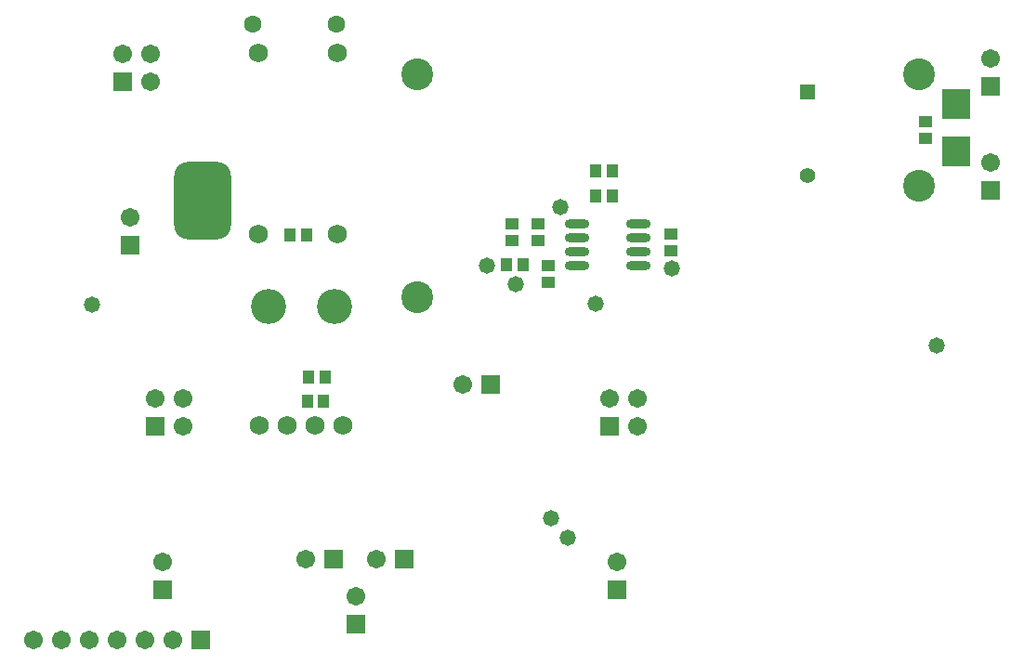
<source format=gbs>
G04 Layer_Color=16711935*
%FSLAX25Y25*%
%MOIN*%
G70*
G01*
G75*
G04:AMPARAMS|DCode=34|XSize=204.85mil|YSize=279.65mil|CornerRadius=53.21mil|HoleSize=0mil|Usage=FLASHONLY|Rotation=180.000|XOffset=0mil|YOffset=0mil|HoleType=Round|Shape=RoundedRectangle|*
%AMROUNDEDRECTD34*
21,1,0.20485,0.17323,0,0,180.0*
21,1,0.09843,0.27965,0,0,180.0*
1,1,0.10642,-0.04921,0.08661*
1,1,0.10642,0.04921,0.08661*
1,1,0.10642,0.04921,-0.08661*
1,1,0.10642,-0.04921,-0.08661*
%
%ADD34ROUNDEDRECTD34*%
%ADD36R,0.06706X0.06706*%
%ADD37C,0.06706*%
%ADD38C,0.06800*%
%ADD39C,0.12611*%
%ADD40C,0.11430*%
%ADD41R,0.05524X0.05524*%
%ADD42C,0.05524*%
%ADD43C,0.06312*%
%ADD44R,0.06706X0.06706*%
%ADD45C,0.05800*%
%ADD46R,0.04540X0.04343*%
%ADD47R,0.04343X0.04540*%
%ADD48R,0.09855X0.10642*%
%ADD49O,0.08800X0.03200*%
D34*
X317500Y378279D02*
D03*
D36*
X466075Y238854D02*
D03*
X600331Y382000D02*
D03*
Y419500D02*
D03*
X303075Y238854D02*
D03*
X291575Y362354D02*
D03*
X463398Y297488D02*
D03*
X300398D02*
D03*
X288898Y420988D02*
D03*
X372500Y226279D02*
D03*
D37*
X466075Y248854D02*
D03*
X600331Y392000D02*
D03*
Y429500D02*
D03*
X303075Y248854D02*
D03*
X291575Y372354D02*
D03*
X473398Y307488D02*
D03*
X463398D02*
D03*
X473398Y297488D02*
D03*
X310398Y307488D02*
D03*
X300398D02*
D03*
X310398Y297488D02*
D03*
X298898Y430988D02*
D03*
X288898D02*
D03*
X298898Y420988D02*
D03*
X372500Y236280D02*
D03*
X354500Y249780D02*
D03*
X411000Y312280D02*
D03*
X380000Y249780D02*
D03*
X297000Y220779D02*
D03*
X307000D02*
D03*
X287000D02*
D03*
X277000D02*
D03*
X267000D02*
D03*
X257000D02*
D03*
D38*
X338000Y297779D02*
D03*
X348000D02*
D03*
X358000D02*
D03*
X368000D02*
D03*
X337500Y366319D02*
D03*
X365846D02*
D03*
X337500Y431280D02*
D03*
X365846D02*
D03*
D39*
X341189Y340496D02*
D03*
X364811D02*
D03*
D40*
X394500Y343779D02*
D03*
X574500Y383780D02*
D03*
X394500Y423779D02*
D03*
X574500D02*
D03*
D41*
X534500Y417279D02*
D03*
D42*
Y387280D02*
D03*
D43*
X365500Y441780D02*
D03*
X335500D02*
D03*
D44*
X364500Y249780D02*
D03*
X421000Y312280D02*
D03*
X390000Y249780D02*
D03*
X317000Y220779D02*
D03*
D45*
X581000Y326500D02*
D03*
X278000Y341000D02*
D03*
X448500Y257500D02*
D03*
X430000Y348500D02*
D03*
X419500Y355000D02*
D03*
X446000Y376000D02*
D03*
X458500Y341500D02*
D03*
X486000Y354000D02*
D03*
X442500Y264500D02*
D03*
D46*
X577000Y406779D02*
D03*
Y400874D02*
D03*
X438000Y364000D02*
D03*
Y369905D02*
D03*
X485500Y360500D02*
D03*
Y366406D02*
D03*
X428500Y369905D02*
D03*
Y364000D02*
D03*
X441500Y349094D02*
D03*
Y355000D02*
D03*
D47*
X349000Y366000D02*
D03*
X354906D02*
D03*
X426594Y355500D02*
D03*
X432500D02*
D03*
X458594Y380000D02*
D03*
X464500D02*
D03*
X361000Y306500D02*
D03*
X355094D02*
D03*
X458500Y389000D02*
D03*
X464405D02*
D03*
X355500Y315000D02*
D03*
X361405D02*
D03*
D48*
X588000Y396000D02*
D03*
Y412929D02*
D03*
D49*
X474000Y355000D02*
D03*
Y360000D02*
D03*
Y365000D02*
D03*
Y370000D02*
D03*
X452000D02*
D03*
Y365000D02*
D03*
Y360000D02*
D03*
Y355000D02*
D03*
M02*

</source>
